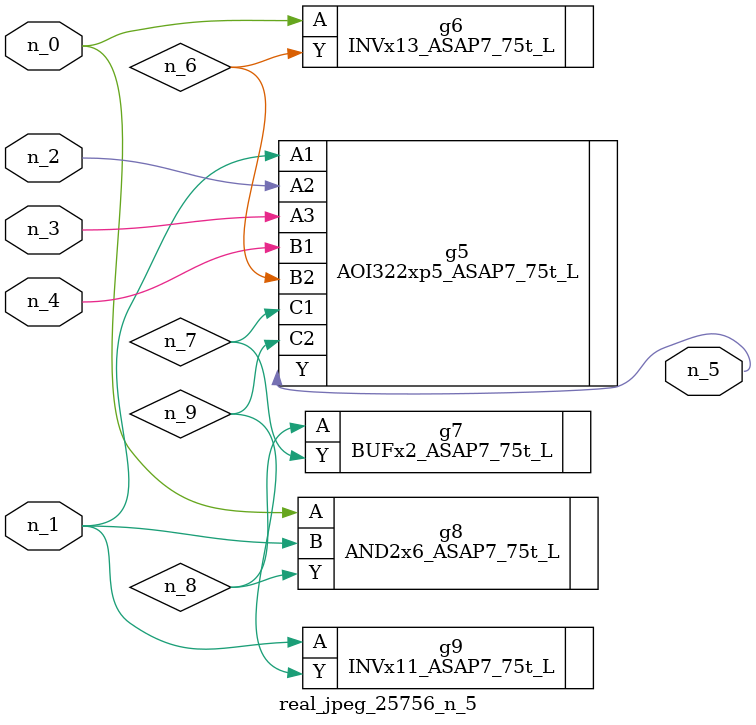
<source format=v>
module real_jpeg_25756_n_5 (n_4, n_0, n_1, n_2, n_3, n_5);

input n_4;
input n_0;
input n_1;
input n_2;
input n_3;

output n_5;

wire n_8;
wire n_6;
wire n_7;
wire n_9;

INVx13_ASAP7_75t_L g6 ( 
.A(n_0),
.Y(n_6)
);

AND2x6_ASAP7_75t_L g8 ( 
.A(n_0),
.B(n_1),
.Y(n_8)
);

AOI322xp5_ASAP7_75t_L g5 ( 
.A1(n_1),
.A2(n_2),
.A3(n_3),
.B1(n_4),
.B2(n_6),
.C1(n_7),
.C2(n_9),
.Y(n_5)
);

INVx11_ASAP7_75t_L g9 ( 
.A(n_1),
.Y(n_9)
);

BUFx2_ASAP7_75t_L g7 ( 
.A(n_8),
.Y(n_7)
);


endmodule
</source>
